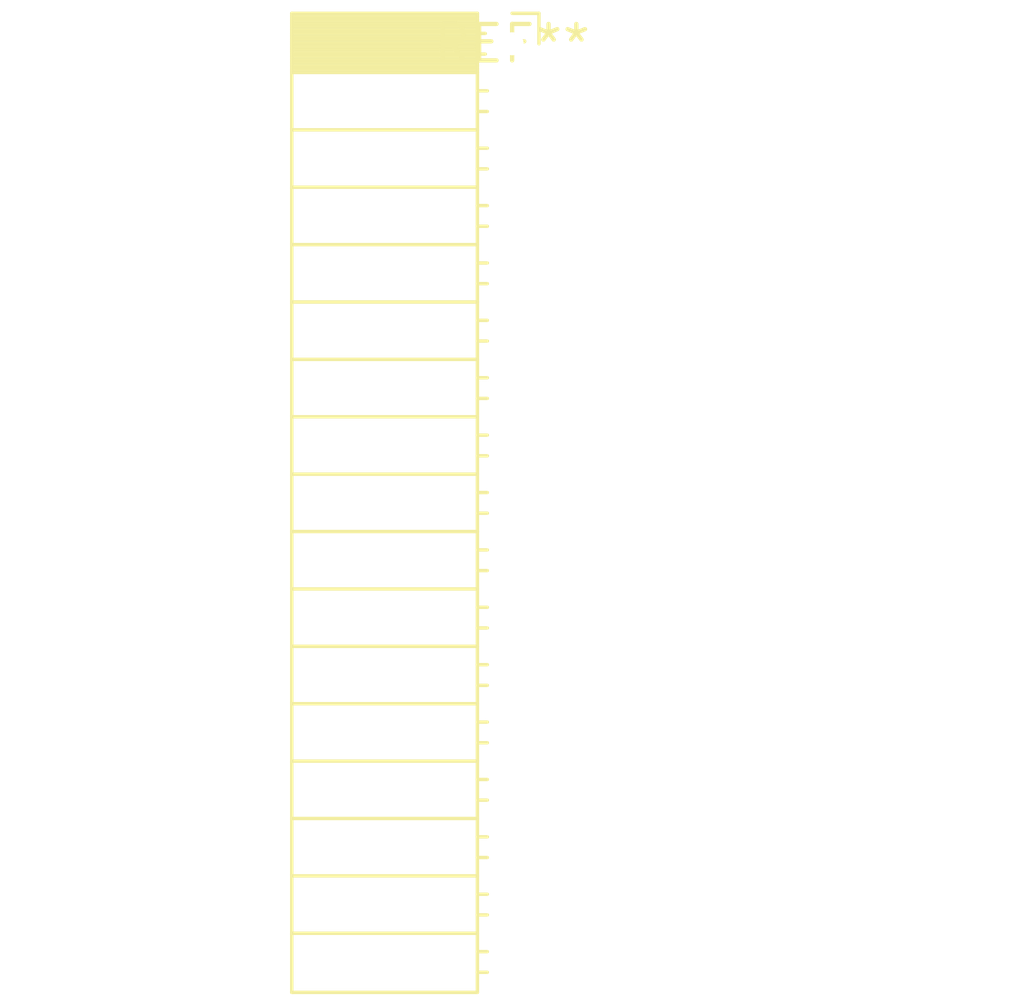
<source format=kicad_pcb>
(kicad_pcb (version 20240108) (generator pcbnew)
  (layers (0 "F.Cu" signal) (31 "B.Cu" signal) (34 "B.Paste" user) (35 "F.Paste" user) (36 "B.SilkS" user "B.Silkscreen") (37 "F.SilkS" user "F.Silkscreen") (38 "B.Mask" user) (39 "F.Mask" user) (44 "Edge.Cuts" user))
  (net 0 "")
  (footprint "PinSocket_1x17_P2.00mm_Horizontal" (layer "F.Cu") (at 0 0)
    (property "Reference" "REF**")
    (property "Value" "PinSocket_1x17_P2.00mm_Horizontal")
    (fp_line (start -7.68 -1.06) (end -7.68 33.06) (layer "F.SilkS") (stroke (width 0.12)))
    (fp_line (start -7.68 -1.06) (end -1.21 -1.06) (layer "F.SilkS") (stroke (width 0.12)))
    (fp_line (start -7.68 -0.94) (end -1.21 -0.94) (layer "F.SilkS") (stroke (width 0.12)))
    (fp_line (start -7.68 -0.825882) (end -1.21 -0.825882) (layer "F.SilkS") (stroke (width 0.12)))
    (fp_line (start -7.68 -0.711764) (end -1.21 -0.711764) (layer "F.SilkS") (stroke (width 0.12)))
    (fp_line (start -7.68 -0.597646) (end -1.21 -0.597646) (layer "F.SilkS") (stroke (width 0.12)))
    (fp_line (start -7.68 -0.483528) (end -1.21 -0.483528) (layer "F.SilkS") (stroke (width 0.12)))
    (fp_line (start -7.68 -0.36941) (end -1.21 -0.36941) (layer "F.SilkS") (stroke (width 0.12)))
    (fp_line (start -7.68 -0.255292) (end -1.21 -0.255292) (layer "F.SilkS") (stroke (width 0.12)))
    (fp_line (start -7.68 -0.141174) (end -1.21 -0.141174) (layer "F.SilkS") (stroke (width 0.12)))
    (fp_line (start -7.68 -0.027056) (end -1.21 -0.027056) (layer "F.SilkS") (stroke (width 0.12)))
    (fp_line (start -7.68 0.087062) (end -1.21 0.087062) (layer "F.SilkS") (stroke (width 0.12)))
    (fp_line (start -7.68 0.20118) (end -1.21 0.20118) (layer "F.SilkS") (stroke (width 0.12)))
    (fp_line (start -7.68 0.315298) (end -1.21 0.315298) (layer "F.SilkS") (stroke (width 0.12)))
    (fp_line (start -7.68 0.429416) (end -1.21 0.429416) (layer "F.SilkS") (stroke (width 0.12)))
    (fp_line (start -7.68 0.543534) (end -1.21 0.543534) (layer "F.SilkS") (stroke (width 0.12)))
    (fp_line (start -7.68 0.657652) (end -1.21 0.657652) (layer "F.SilkS") (stroke (width 0.12)))
    (fp_line (start -7.68 0.77177) (end -1.21 0.77177) (layer "F.SilkS") (stroke (width 0.12)))
    (fp_line (start -7.68 0.885888) (end -1.21 0.885888) (layer "F.SilkS") (stroke (width 0.12)))
    (fp_line (start -7.68 1) (end -1.21 1) (layer "F.SilkS") (stroke (width 0.12)))
    (fp_line (start -7.68 3) (end -1.21 3) (layer "F.SilkS") (stroke (width 0.12)))
    (fp_line (start -7.68 5) (end -1.21 5) (layer "F.SilkS") (stroke (width 0.12)))
    (fp_line (start -7.68 7) (end -1.21 7) (layer "F.SilkS") (stroke (width 0.12)))
    (fp_line (start -7.68 9) (end -1.21 9) (layer "F.SilkS") (stroke (width 0.12)))
    (fp_line (start -7.68 11) (end -1.21 11) (layer "F.SilkS") (stroke (width 0.12)))
    (fp_line (start -7.68 13) (end -1.21 13) (layer "F.SilkS") (stroke (width 0.12)))
    (fp_line (start -7.68 15) (end -1.21 15) (layer "F.SilkS") (stroke (width 0.12)))
    (fp_line (start -7.68 17) (end -1.21 17) (layer "F.SilkS") (stroke (width 0.12)))
    (fp_line (start -7.68 19) (end -1.21 19) (layer "F.SilkS") (stroke (width 0.12)))
    (fp_line (start -7.68 21) (end -1.21 21) (layer "F.SilkS") (stroke (width 0.12)))
    (fp_line (start -7.68 23) (end -1.21 23) (layer "F.SilkS") (stroke (width 0.12)))
    (fp_line (start -7.68 25) (end -1.21 25) (layer "F.SilkS") (stroke (width 0.12)))
    (fp_line (start -7.68 27) (end -1.21 27) (layer "F.SilkS") (stroke (width 0.12)))
    (fp_line (start -7.68 29) (end -1.21 29) (layer "F.SilkS") (stroke (width 0.12)))
    (fp_line (start -7.68 31) (end -1.21 31) (layer "F.SilkS") (stroke (width 0.12)))
    (fp_line (start -7.68 33.06) (end -1.21 33.06) (layer "F.SilkS") (stroke (width 0.12)))
    (fp_line (start -1.21 -1.06) (end -1.21 33.06) (layer "F.SilkS") (stroke (width 0.12)))
    (fp_line (start -1.21 -0.36) (end -0.935 -0.36) (layer "F.SilkS") (stroke (width 0.12)))
    (fp_line (start -1.21 0.36) (end -0.935 0.36) (layer "F.SilkS") (stroke (width 0.12)))
    (fp_line (start -1.21 1.64) (end -0.862917 1.64) (layer "F.SilkS") (stroke (width 0.12)))
    (fp_line (start -1.21 2.36) (end -0.862917 2.36) (layer "F.SilkS") (stroke (width 0.12)))
    (fp_line (start -1.21 3.64) (end -0.862917 3.64) (layer "F.SilkS") (stroke (width 0.12)))
    (fp_line (start -1.21 4.36) (end -0.862917 4.36) (layer "F.SilkS") (stroke (width 0.12)))
    (fp_line (start -1.21 5.64) (end -0.862917 5.64) (layer "F.SilkS") (stroke (width 0.12)))
    (fp_line (start -1.21 6.36) (end -0.862917 6.36) (layer "F.SilkS") (stroke (width 0.12)))
    (fp_line (start -1.21 7.64) (end -0.862917 7.64) (layer "F.SilkS") (stroke (width 0.12)))
    (fp_line (start -1.21 8.36) (end -0.862917 8.36) (layer "F.SilkS") (stroke (width 0.12)))
    (fp_line (start -1.21 9.64) (end -0.862917 9.64) (layer "F.SilkS") (stroke (width 0.12)))
    (fp_line (start -1.21 10.36) (end -0.862917 10.36) (layer "F.SilkS") (stroke (width 0.12)))
    (fp_line (start -1.21 11.64) (end -0.862917 11.64) (layer "F.SilkS") (stroke (width 0.12)))
    (fp_line (start -1.21 12.36) (end -0.862917 12.36) (layer "F.SilkS") (stroke (width 0.12)))
    (fp_line (start -1.21 13.64) (end -0.862917 13.64) (layer "F.SilkS") (stroke (width 0.12)))
    (fp_line (start -1.21 14.36) (end -0.862917 14.36) (layer "F.SilkS") (stroke (width 0.12)))
    (fp_line (start -1.21 15.64) (end -0.862917 15.64) (layer "F.SilkS") (stroke (width 0.12)))
    (fp_line (start -1.21 16.36) (end -0.862917 16.36) (layer "F.SilkS") (stroke (width 0.12)))
    (fp_line (start -1.21 17.64) (end -0.862917 17.64) (layer "F.SilkS") (stroke (width 0.12)))
    (fp_line (start -1.21 18.36) (end -0.862917 18.36) (layer "F.SilkS") (stroke (width 0.12)))
    (fp_line (start -1.21 19.64) (end -0.862917 19.64) (layer "F.SilkS") (stroke (width 0.12)))
    (fp_line (start -1.21 20.36) (end -0.862917 20.36) (layer "F.SilkS") (stroke (width 0.12)))
    (fp_line (start -1.21 21.64) (end -0.862917 21.64) (layer "F.SilkS") (stroke (width 0.12)))
    (fp_line (start -1.21 22.36) (end -0.862917 22.36) (layer "F.SilkS") (stroke (width 0.12)))
    (fp_line (start -1.21 23.64) (end -0.862917 23.64) (layer "F.SilkS") (stroke (width 0.12)))
    (fp_line (start -1.21 24.36) (end -0.862917 24.36) (layer "F.SilkS") (stroke (width 0.12)))
    (fp_line (start -1.21 25.64) (end -0.862917 25.64) (layer "F.SilkS") (stroke (width 0.12)))
    (fp_line (start -1.21 26.36) (end -0.862917 26.36) (layer "F.SilkS") (stroke (width 0.12)))
    (fp_line (start -1.21 27.64) (end -0.862917 27.64) (layer "F.SilkS") (stroke (width 0.12)))
    (fp_line (start -1.21 28.36) (end -0.862917 28.36) (layer "F.SilkS") (stroke (width 0.12)))
    (fp_line (start -1.21 29.64) (end -0.862917 29.64) (layer "F.SilkS") (stroke (width 0.12)))
    (fp_line (start -1.21 30.36) (end -0.862917 30.36) (layer "F.SilkS") (stroke (width 0.12)))
    (fp_line (start -1.21 31.64) (end -0.862917 31.64) (layer "F.SilkS") (stroke (width 0.12)))
    (fp_line (start -1.21 32.36) (end -0.862917 32.36) (layer "F.SilkS") (stroke (width 0.12)))
    (fp_line (start 0 -1.06) (end 0.935 -1.06) (layer "F.SilkS") (stroke (width 0.12)))
    (fp_line (start 0.935 -1.06) (end 0.935 0) (layer "F.SilkS") (stroke (width 0.12)))
    (pad "1" thru_hole rect (at 0 0) (size 1.35 1.35) (drill 0.8) (layers *.Cu *.Mask) (remove_unused_layers))
    (pad "2" thru_hole oval (at 0 2) (size 1.35 1.35) (drill 0.8) (layers *.Cu *.Mask) (remove_unused_layers))
    (pad "3" thru_hole oval (at 0 4) (size 1.35 1.35) (drill 0.8) (layers *.Cu *.Mask) (remove_unused_layers))
    (pad "4" thru_hole oval (at 0 6) (size 1.35 1.35) (drill 0.8) (layers *.Cu *.Mask) (remove_unused_layers))
    (pad "5" thru_hole oval (at 0 8) (size 1.35 1.35) (drill 0.8) (layers *.Cu *.Mask) (remove_unused_layers))
    (pad "6" thru_hole oval (at 0 10) (size 1.35 1.35) (drill 0.8) (layers *.Cu *.Mask) (remove_unused_layers))
    (pad "7" thru_hole oval (at 0 12) (size 1.35 1.35) (drill 0.8) (layers *.Cu *.Mask) (remove_unused_layers))
    (pad "8" thru_hole oval (at 0 14) (size 1.35 1.35) (drill 0.8) (layers *.Cu *.Mask) (remove_unused_layers))
    (pad "9" thru_hole oval (at 0 16) (size 1.35 1.35) (drill 0.8) (layers *.Cu *.Mask) (remove_unused_layers))
    (pad "10" thru_hole oval (at 0 18) (size 1.35 1.35) (drill 0.8) (layers *.Cu *.Mask) (remove_unused_layers))
    (pad "11" thru_hole oval (at 0 20) (size 1.35 1.35) (drill 0.8) (layers *.Cu *.Mask) (remove_unused_layers))
    (pad "12" thru_hole oval (at 0 22) (size 1.35 1.35) (drill 0.8) (layers *.Cu *.Mask) (remove_unused_layers))
    (pad "13" thru_hole oval (at 0 24) (size 1.35 1.35) (drill 0.8) (layers *.Cu *.Mask) (remove_unused_layers))
    (pad "14" thru_hole oval (at 0 26) (size 1.35 1.35) (drill 0.8) (layers *.Cu *.Mask) (remove_unused_layers))
    (pad "15" thru_hole oval (at 0 28) (size 1.35 1.35) (drill 0.8) (layers *.Cu *.Mask) (remove_unused_layers))
    (pad "16" thru_hole oval (at 0 30) (size 1.35 1.35) (drill 0.8) (layers *.Cu *.Mask) (remove_unused_layers))
    (pad "17" thru_hole oval (at 0 32) (size 1.35 1.35) (drill 0.8) (layers *.Cu *.Mask) (remove_unused_layers))
  )
)
</source>
